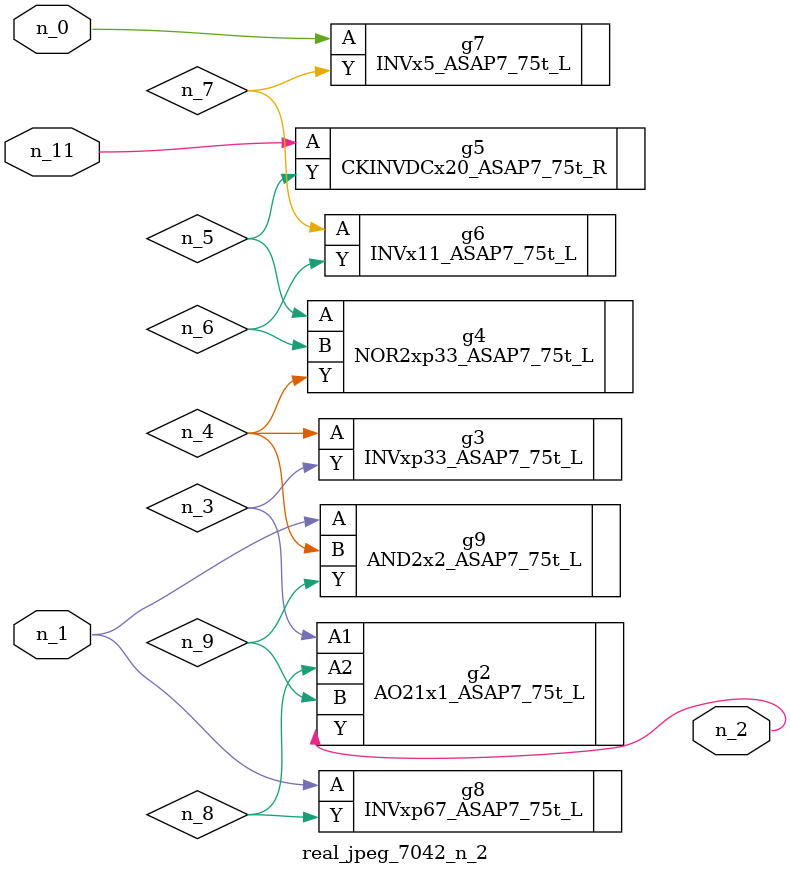
<source format=v>
module real_jpeg_7042_n_2 (n_1, n_11, n_0, n_2);

input n_1;
input n_11;
input n_0;

output n_2;

wire n_5;
wire n_8;
wire n_4;
wire n_6;
wire n_7;
wire n_3;
wire n_9;

INVx5_ASAP7_75t_L g7 ( 
.A(n_0),
.Y(n_7)
);

INVxp67_ASAP7_75t_L g8 ( 
.A(n_1),
.Y(n_8)
);

AND2x2_ASAP7_75t_L g9 ( 
.A(n_1),
.B(n_4),
.Y(n_9)
);

AO21x1_ASAP7_75t_L g2 ( 
.A1(n_3),
.A2(n_8),
.B(n_9),
.Y(n_2)
);

INVxp33_ASAP7_75t_L g3 ( 
.A(n_4),
.Y(n_3)
);

NOR2xp33_ASAP7_75t_L g4 ( 
.A(n_5),
.B(n_6),
.Y(n_4)
);

INVx11_ASAP7_75t_L g6 ( 
.A(n_7),
.Y(n_6)
);

CKINVDCx20_ASAP7_75t_R g5 ( 
.A(n_11),
.Y(n_5)
);


endmodule
</source>
